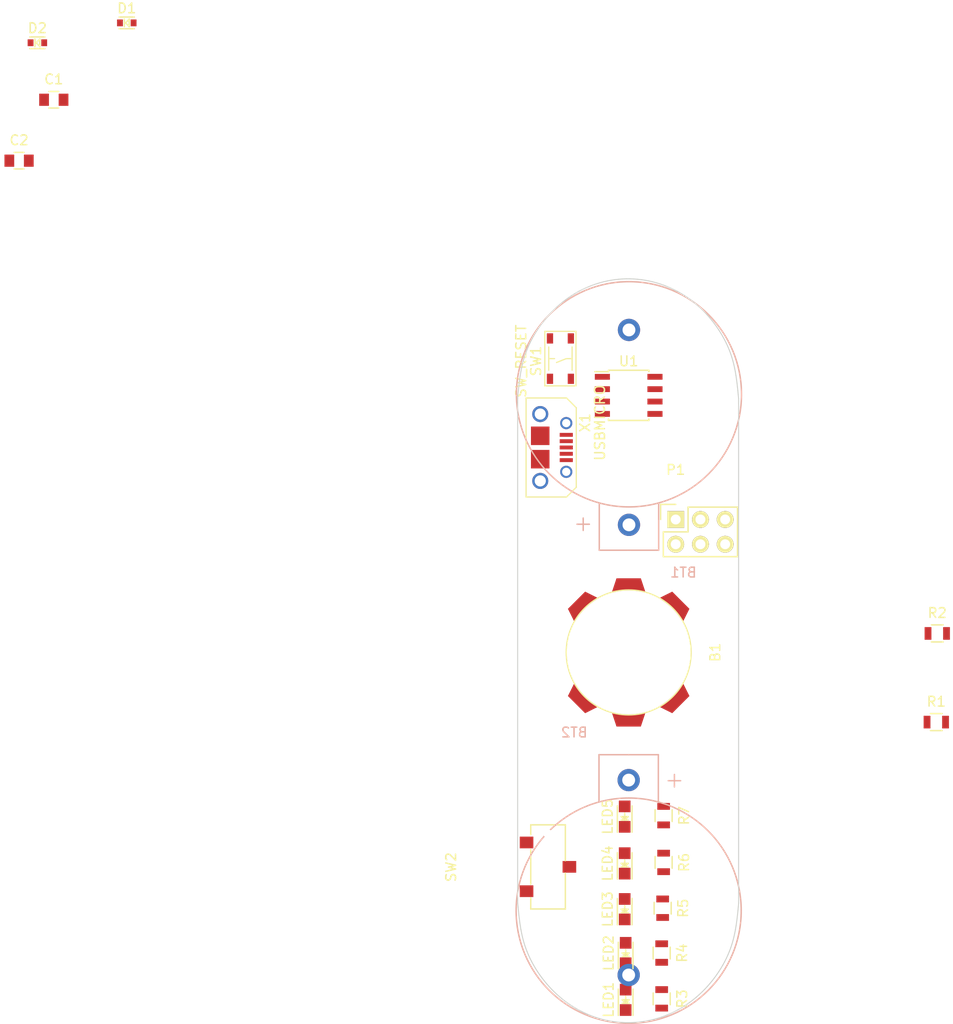
<source format=kicad_pcb>
(kicad_pcb (version 20160815) (host pcbnew "(2017-01-24 revision 0b6147e)-makepkg")

  (general
    (links 0)
    (no_connects 39)
    (area 113.159999 48.063175 135.950001 124.488461)
    (thickness 1.6)
    (drawings 192)
    (tracks 0)
    (zones 0)
    (modules 24)
    (nets 20)
  )

  (page A4)
  (layers
    (0 F.Cu signal)
    (31 B.Cu signal)
    (32 B.Adhes user)
    (33 F.Adhes user)
    (34 B.Paste user)
    (35 F.Paste user)
    (36 B.SilkS user)
    (37 F.SilkS user)
    (38 B.Mask user)
    (39 F.Mask user)
    (40 Dwgs.User user)
    (41 Cmts.User user)
    (42 Eco1.User user)
    (43 Eco2.User user)
    (44 Edge.Cuts user)
    (45 Margin user)
    (46 B.CrtYd user)
    (47 F.CrtYd user)
    (48 B.Fab user)
    (49 F.Fab user)
  )

  (setup
    (last_trace_width 0.25)
    (trace_clearance 0.2)
    (zone_clearance 0.508)
    (zone_45_only no)
    (trace_min 0.2)
    (segment_width 0.2)
    (edge_width 0.15)
    (via_size 0.8)
    (via_drill 0.4)
    (via_min_size 0.4)
    (via_min_drill 0.3)
    (uvia_size 0.3)
    (uvia_drill 0.1)
    (uvias_allowed no)
    (uvia_min_size 0.2)
    (uvia_min_drill 0.1)
    (pcb_text_width 0.3)
    (pcb_text_size 1.5 1.5)
    (mod_edge_width 0.15)
    (mod_text_size 1 1)
    (mod_text_width 0.15)
    (pad_size 1.524 1.524)
    (pad_drill 0.762)
    (pad_to_mask_clearance 0.2)
    (aux_axis_origin 0 0)
    (visible_elements 7FFEF7FF)
    (pcbplotparams
      (layerselection 0x00030_ffffffff)
      (usegerberextensions false)
      (excludeedgelayer true)
      (linewidth 0.100000)
      (plotframeref false)
      (viasonmask false)
      (mode 1)
      (useauxorigin false)
      (hpglpennumber 1)
      (hpglpenspeed 20)
      (hpglpendiameter 15)
      (psnegative false)
      (psa4output false)
      (plotreference true)
      (plotvalue true)
      (plotinvisibletext false)
      (padsonsilk false)
      (subtractmaskfromsilk false)
      (outputformat 1)
      (mirror false)
      (drillshape 1)
      (scaleselection 1)
      (outputdirectory ""))
  )

  (net 0 "")
  (net 1 /+VBAT)
  (net 2 GND)
  (net 3 /+VCC)
  (net 4 /+VUSB)
  (net 5 "Net-(D1-Pad1)")
  (net 6 "Net-(LED1-Pad2)")
  (net 7 "Net-(LED2-Pad2)")
  (net 8 "Net-(LED3-Pad2)")
  (net 9 "Net-(LED4-Pad2)")
  (net 10 "Net-(LED5-Pad2)")
  (net 11 /PB1)
  (net 12 /PB2)
  (net 13 /PB0)
  (net 14 /RESET)
  (net 15 /PB3)
  (net 16 "Net-(R1-Pad2)")
  (net 17 "Net-(R2-Pad2)")
  (net 18 /PB4)
  (net 19 "Net-(X1-Pad4)")

  (net_class Default "This is the default net class."
    (clearance 0.2)
    (trace_width 0.25)
    (via_dia 0.8)
    (via_drill 0.4)
    (uvia_dia 0.3)
    (uvia_drill 0.1)
    (add_net /+VBAT)
    (add_net /+VCC)
    (add_net /+VUSB)
    (add_net /PB0)
    (add_net /PB1)
    (add_net /PB2)
    (add_net /PB3)
    (add_net /PB4)
    (add_net /RESET)
    (add_net GND)
    (add_net "Net-(D1-Pad1)")
    (add_net "Net-(LED1-Pad2)")
    (add_net "Net-(LED2-Pad2)")
    (add_net "Net-(LED3-Pad2)")
    (add_net "Net-(LED4-Pad2)")
    (add_net "Net-(LED5-Pad2)")
    (add_net "Net-(R1-Pad2)")
    (add_net "Net-(R2-Pad2)")
    (add_net "Net-(X1-Pad4)")
  )

  (module Battery_Holder_MPD_BS_3:Battery_Holder_MPD_BS_3 (layer B.Cu) (tedit 5934412F) (tstamp 59344FAD)
    (at 124.64 63.39 180)
    (path /593168AF)
    (fp_text reference BT1 (at -5.588 -14.859 180) (layer B.SilkS)
      (effects (font (size 1 1) (thickness 0.15)) (justify mirror))
    )
    (fp_text value CR2032 (at 0 5.461 180) (layer B.Fab)
      (effects (font (size 1 1) (thickness 0.15)) (justify mirror))
    )
    (fp_circle (center 0 3.429) (end 11.557 3.302) (layer B.SilkS) (width 0.15))
    (fp_line (start 0 -12.573) (end 3.048 -12.573) (layer B.SilkS) (width 0.15))
    (fp_line (start 0 -12.573) (end -3.048 -12.573) (layer B.SilkS) (width 0.15))
    (fp_line (start -3.048 -12.573) (end -3.048 -7.747) (layer B.SilkS) (width 0.15))
    (fp_line (start 3.048 -12.573) (end 3.048 -7.747) (layer B.SilkS) (width 0.15))
    (fp_line (start 4.064 -9.906) (end 5.334 -9.906) (layer B.SilkS) (width 0.15))
    (fp_line (start 4.699 -9.398) (end 4.699 -10.541) (layer B.SilkS) (width 0.15))
    (fp_line (start 4.699 -9.398) (end 4.699 -9.271) (layer B.SilkS) (width 0.15))
    (pad 2 thru_hole circle (at 0 10.033 180) (size 2.286 2.286) (drill 1.3208) (layers *.Cu *.Mask)
      (net 2 GND))
    (pad 1 thru_hole circle (at 0 -9.967 180) (size 2.286 2.286) (drill 1.3208) (layers *.Cu *.Mask)
      (net 1 /+VBAT))
    (model ${KIPRJMOD}/3dmodels/Battery_Holder_MPD_BS_3.step
      (at (xyz 0 0.1574803149606299 0.03149606299212599))
      (scale (xyz 1 1 1))
      (rotate (xyz 0 0 90))
    )
  )

  (module Capacitors_SMD:C_0805 (layer F.Cu) (tedit 5415D6EA) (tstamp 59340EBA)
    (at 65.575001 29.7375)
    (descr "Capacitor SMD 0805, reflow soldering, AVX (see smccp.pdf)")
    (tags "capacitor 0805")
    (path /592EDA52)
    (attr smd)
    (fp_text reference C1 (at 0 -2.1) (layer F.SilkS)
      (effects (font (size 1 1) (thickness 0.15)))
    )
    (fp_text value .1uF (at 0 2.1) (layer F.Fab)
      (effects (font (size 1 1) (thickness 0.15)))
    )
    (fp_line (start -1.8 -1) (end 1.8 -1) (layer F.CrtYd) (width 0.05))
    (fp_line (start -1.8 1) (end 1.8 1) (layer F.CrtYd) (width 0.05))
    (fp_line (start -1.8 -1) (end -1.8 1) (layer F.CrtYd) (width 0.05))
    (fp_line (start 1.8 -1) (end 1.8 1) (layer F.CrtYd) (width 0.05))
    (fp_line (start 0.5 -0.85) (end -0.5 -0.85) (layer F.SilkS) (width 0.15))
    (fp_line (start -0.5 0.85) (end 0.5 0.85) (layer F.SilkS) (width 0.15))
    (pad 1 smd rect (at -1 0) (size 1 1.25) (layers F.Cu F.Paste F.Mask)
      (net 3 /+VCC))
    (pad 2 smd rect (at 1 0) (size 1 1.25) (layers F.Cu F.Paste F.Mask)
      (net 2 GND))
    (model Capacitors_SMD.3dshapes/C_0805.wrl
      (at (xyz 0 0 0))
      (scale (xyz 1 1 1))
      (rotate (xyz 0 0 0))
    )
  )

  (module Capacitors_SMD:C_0805 (layer F.Cu) (tedit 5415D6EA) (tstamp 59340EC0)
    (at 62.008333 35.9875)
    (descr "Capacitor SMD 0805, reflow soldering, AVX (see smccp.pdf)")
    (tags "capacitor 0805")
    (path /592ED9B8)
    (attr smd)
    (fp_text reference C2 (at 0 -2.1) (layer F.SilkS)
      (effects (font (size 1 1) (thickness 0.15)))
    )
    (fp_text value 10uF (at 0 2.1) (layer F.Fab)
      (effects (font (size 1 1) (thickness 0.15)))
    )
    (fp_line (start -0.5 0.85) (end 0.5 0.85) (layer F.SilkS) (width 0.15))
    (fp_line (start 0.5 -0.85) (end -0.5 -0.85) (layer F.SilkS) (width 0.15))
    (fp_line (start 1.8 -1) (end 1.8 1) (layer F.CrtYd) (width 0.05))
    (fp_line (start -1.8 -1) (end -1.8 1) (layer F.CrtYd) (width 0.05))
    (fp_line (start -1.8 1) (end 1.8 1) (layer F.CrtYd) (width 0.05))
    (fp_line (start -1.8 -1) (end 1.8 -1) (layer F.CrtYd) (width 0.05))
    (pad 2 smd rect (at 1 0) (size 1 1.25) (layers F.Cu F.Paste F.Mask)
      (net 2 GND))
    (pad 1 smd rect (at -1 0) (size 1 1.25) (layers F.Cu F.Paste F.Mask)
      (net 3 /+VCC))
    (model Capacitors_SMD.3dshapes/C_0805.wrl
      (at (xyz 0 0 0))
      (scale (xyz 1 1 1))
      (rotate (xyz 0 0 0))
    )
  )

  (module Diodes_SMD_SOD_523:SOD-523 (layer F.Cu) (tedit 59340B07) (tstamp 59340ECC)
    (at 73.069285 21.8475)
    (descr "http://www.diodes.com/datasheets/ap02001.pdf p.144")
    (tags "Diode SOD523")
    (path /592ED80C)
    (attr smd)
    (fp_text reference D1 (at 0 -1.5) (layer F.SilkS)
      (effects (font (size 1 1) (thickness 0.15)))
    )
    (fp_text value SCHOTTKY (at 0 1.7) (layer F.Fab)
      (effects (font (size 1 1) (thickness 0.15)))
    )
    (fp_line (start -0.781 0.6) (end 0.769 0.6) (layer F.SilkS) (width 0.15))
    (fp_line (start -0.781 -0.6) (end 0.769 -0.6) (layer F.SilkS) (width 0.15))
    (fp_line (start -0.127 0) (end 0.254 0.381) (layer F.SilkS) (width 0.15))
    (fp_line (start 0.254 -0.381) (end -0.127 0) (layer F.SilkS) (width 0.15))
    (fp_line (start 0.254 0.381) (end 0.254 -0.381) (layer F.SilkS) (width 0.15))
    (fp_line (start -0.254 0.381) (end -0.254 -0.381) (layer F.SilkS) (width 0.15))
    (pad 1 smd rect (at -0.7 0) (size 0.6 0.7) (layers F.Cu F.Paste F.Mask)
      (net 5 "Net-(D1-Pad1)"))
    (pad 2 smd rect (at 0.7 0) (size 0.6 0.7) (layers F.Cu F.Paste F.Mask)
      (net 4 /+VUSB))
    (model ${KIPRJMOD}/3dmodels/Diodes_SOD_523.step
      (at (xyz 0 0 0))
      (scale (xyz 1 1 1))
      (rotate (xyz 270 0 0))
    )
  )

  (module Diodes_SMD_SOD_523:SOD-523 (layer F.Cu) (tedit 59340B07) (tstamp 59340ED8)
    (at 63.889285 23.8875)
    (descr "http://www.diodes.com/datasheets/ap02001.pdf p.144")
    (tags "Diode SOD523")
    (path /592ED75D)
    (attr smd)
    (fp_text reference D2 (at 0 -1.5) (layer F.SilkS)
      (effects (font (size 1 1) (thickness 0.15)))
    )
    (fp_text value SCHOTTKY (at 0 1.7) (layer F.Fab)
      (effects (font (size 1 1) (thickness 0.15)))
    )
    (fp_line (start -0.254 0.381) (end -0.254 -0.381) (layer F.SilkS) (width 0.15))
    (fp_line (start 0.254 0.381) (end 0.254 -0.381) (layer F.SilkS) (width 0.15))
    (fp_line (start 0.254 -0.381) (end -0.127 0) (layer F.SilkS) (width 0.15))
    (fp_line (start -0.127 0) (end 0.254 0.381) (layer F.SilkS) (width 0.15))
    (fp_line (start -0.781 -0.6) (end 0.769 -0.6) (layer F.SilkS) (width 0.15))
    (fp_line (start -0.781 0.6) (end 0.769 0.6) (layer F.SilkS) (width 0.15))
    (pad 2 smd rect (at 0.7 0) (size 0.6 0.7) (layers F.Cu F.Paste F.Mask)
      (net 1 /+VBAT))
    (pad 1 smd rect (at -0.7 0) (size 0.6 0.7) (layers F.Cu F.Paste F.Mask)
      (net 5 "Net-(D1-Pad1)"))
    (model ${KIPRJMOD}/3dmodels/Diodes_SOD_523.step
      (at (xyz 0 0 0))
      (scale (xyz 1 1 1))
      (rotate (xyz 270 0 0))
    )
  )

  (module LEDs:LED_0805 (layer F.Cu) (tedit 55BDE1C2) (tstamp 59340EEA)
    (at 124.3 122.1 90)
    (descr "LED 0805 smd package")
    (tags "LED 0805 SMD")
    (path /592EE45E)
    (attr smd)
    (fp_text reference LED1 (at 0 -1.75 90) (layer F.SilkS)
      (effects (font (size 1 1) (thickness 0.15)))
    )
    (fp_text value LED (at 0 1.75 90) (layer F.Fab)
      (effects (font (size 1 1) (thickness 0.15)))
    )
    (fp_line (start -1.6 0.75) (end 1.1 0.75) (layer F.SilkS) (width 0.15))
    (fp_line (start -1.6 -0.75) (end 1.1 -0.75) (layer F.SilkS) (width 0.15))
    (fp_line (start -0.1 0.15) (end -0.1 -0.1) (layer F.SilkS) (width 0.15))
    (fp_line (start -0.1 -0.1) (end -0.25 0.05) (layer F.SilkS) (width 0.15))
    (fp_line (start -0.35 -0.35) (end -0.35 0.35) (layer F.SilkS) (width 0.15))
    (fp_line (start 0 0) (end 0.35 0) (layer F.SilkS) (width 0.15))
    (fp_line (start -0.35 0) (end 0 -0.35) (layer F.SilkS) (width 0.15))
    (fp_line (start 0 -0.35) (end 0 0.35) (layer F.SilkS) (width 0.15))
    (fp_line (start 0 0.35) (end -0.35 0) (layer F.SilkS) (width 0.15))
    (fp_line (start 1.9 -0.95) (end 1.9 0.95) (layer F.CrtYd) (width 0.05))
    (fp_line (start 1.9 0.95) (end -1.9 0.95) (layer F.CrtYd) (width 0.05))
    (fp_line (start -1.9 0.95) (end -1.9 -0.95) (layer F.CrtYd) (width 0.05))
    (fp_line (start -1.9 -0.95) (end 1.9 -0.95) (layer F.CrtYd) (width 0.05))
    (pad 2 smd rect (at 1.04902 0 270) (size 1.19888 1.19888) (layers F.Cu F.Paste F.Mask)
      (net 6 "Net-(LED1-Pad2)"))
    (pad 1 smd rect (at -1.04902 0 270) (size 1.19888 1.19888) (layers F.Cu F.Paste F.Mask)
      (net 2 GND))
    (model LEDs.3dshapes/LED_0805.wrl
      (at (xyz 0 0 0))
      (scale (xyz 1 1 1))
      (rotate (xyz 0 0 0))
    )
  )

  (module LEDs:LED_0805 (layer F.Cu) (tedit 55BDE1C2) (tstamp 59340EF0)
    (at 124.3 117.3 90)
    (descr "LED 0805 smd package")
    (tags "LED 0805 SMD")
    (path /592EE5E5)
    (attr smd)
    (fp_text reference LED2 (at 0 -1.75 90) (layer F.SilkS)
      (effects (font (size 1 1) (thickness 0.15)))
    )
    (fp_text value LED (at 0 1.75 90) (layer F.Fab)
      (effects (font (size 1 1) (thickness 0.15)))
    )
    (fp_line (start -1.9 -0.95) (end 1.9 -0.95) (layer F.CrtYd) (width 0.05))
    (fp_line (start -1.9 0.95) (end -1.9 -0.95) (layer F.CrtYd) (width 0.05))
    (fp_line (start 1.9 0.95) (end -1.9 0.95) (layer F.CrtYd) (width 0.05))
    (fp_line (start 1.9 -0.95) (end 1.9 0.95) (layer F.CrtYd) (width 0.05))
    (fp_line (start 0 0.35) (end -0.35 0) (layer F.SilkS) (width 0.15))
    (fp_line (start 0 -0.35) (end 0 0.35) (layer F.SilkS) (width 0.15))
    (fp_line (start -0.35 0) (end 0 -0.35) (layer F.SilkS) (width 0.15))
    (fp_line (start 0 0) (end 0.35 0) (layer F.SilkS) (width 0.15))
    (fp_line (start -0.35 -0.35) (end -0.35 0.35) (layer F.SilkS) (width 0.15))
    (fp_line (start -0.1 -0.1) (end -0.25 0.05) (layer F.SilkS) (width 0.15))
    (fp_line (start -0.1 0.15) (end -0.1 -0.1) (layer F.SilkS) (width 0.15))
    (fp_line (start -1.6 -0.75) (end 1.1 -0.75) (layer F.SilkS) (width 0.15))
    (fp_line (start -1.6 0.75) (end 1.1 0.75) (layer F.SilkS) (width 0.15))
    (pad 1 smd rect (at -1.04902 0 270) (size 1.19888 1.19888) (layers F.Cu F.Paste F.Mask)
      (net 2 GND))
    (pad 2 smd rect (at 1.04902 0 270) (size 1.19888 1.19888) (layers F.Cu F.Paste F.Mask)
      (net 7 "Net-(LED2-Pad2)"))
    (model LEDs.3dshapes/LED_0805.wrl
      (at (xyz 0 0 0))
      (scale (xyz 1 1 1))
      (rotate (xyz 0 0 0))
    )
  )

  (module LEDs:LED_0805 (layer F.Cu) (tedit 55BDE1C2) (tstamp 59340EF6)
    (at 124.2 112.8 90)
    (descr "LED 0805 smd package")
    (tags "LED 0805 SMD")
    (path /592EE639)
    (attr smd)
    (fp_text reference LED3 (at 0 -1.75 90) (layer F.SilkS)
      (effects (font (size 1 1) (thickness 0.15)))
    )
    (fp_text value LED (at 0 1.75 90) (layer F.Fab)
      (effects (font (size 1 1) (thickness 0.15)))
    )
    (fp_line (start -1.6 0.75) (end 1.1 0.75) (layer F.SilkS) (width 0.15))
    (fp_line (start -1.6 -0.75) (end 1.1 -0.75) (layer F.SilkS) (width 0.15))
    (fp_line (start -0.1 0.15) (end -0.1 -0.1) (layer F.SilkS) (width 0.15))
    (fp_line (start -0.1 -0.1) (end -0.25 0.05) (layer F.SilkS) (width 0.15))
    (fp_line (start -0.35 -0.35) (end -0.35 0.35) (layer F.SilkS) (width 0.15))
    (fp_line (start 0 0) (end 0.35 0) (layer F.SilkS) (width 0.15))
    (fp_line (start -0.35 0) (end 0 -0.35) (layer F.SilkS) (width 0.15))
    (fp_line (start 0 -0.35) (end 0 0.35) (layer F.SilkS) (width 0.15))
    (fp_line (start 0 0.35) (end -0.35 0) (layer F.SilkS) (width 0.15))
    (fp_line (start 1.9 -0.95) (end 1.9 0.95) (layer F.CrtYd) (width 0.05))
    (fp_line (start 1.9 0.95) (end -1.9 0.95) (layer F.CrtYd) (width 0.05))
    (fp_line (start -1.9 0.95) (end -1.9 -0.95) (layer F.CrtYd) (width 0.05))
    (fp_line (start -1.9 -0.95) (end 1.9 -0.95) (layer F.CrtYd) (width 0.05))
    (pad 2 smd rect (at 1.04902 0 270) (size 1.19888 1.19888) (layers F.Cu F.Paste F.Mask)
      (net 8 "Net-(LED3-Pad2)"))
    (pad 1 smd rect (at -1.04902 0 270) (size 1.19888 1.19888) (layers F.Cu F.Paste F.Mask)
      (net 2 GND))
    (model LEDs.3dshapes/LED_0805.wrl
      (at (xyz 0 0 0))
      (scale (xyz 1 1 1))
      (rotate (xyz 0 0 0))
    )
  )

  (module LEDs:LED_0805 (layer F.Cu) (tedit 55BDE1C2) (tstamp 59340EFC)
    (at 124.2 108.1 90)
    (descr "LED 0805 smd package")
    (tags "LED 0805 SMD")
    (path /592EE678)
    (attr smd)
    (fp_text reference LED4 (at 0 -1.75 90) (layer F.SilkS)
      (effects (font (size 1 1) (thickness 0.15)))
    )
    (fp_text value LED (at 0 1.75 90) (layer F.Fab)
      (effects (font (size 1 1) (thickness 0.15)))
    )
    (fp_line (start -1.9 -0.95) (end 1.9 -0.95) (layer F.CrtYd) (width 0.05))
    (fp_line (start -1.9 0.95) (end -1.9 -0.95) (layer F.CrtYd) (width 0.05))
    (fp_line (start 1.9 0.95) (end -1.9 0.95) (layer F.CrtYd) (width 0.05))
    (fp_line (start 1.9 -0.95) (end 1.9 0.95) (layer F.CrtYd) (width 0.05))
    (fp_line (start 0 0.35) (end -0.35 0) (layer F.SilkS) (width 0.15))
    (fp_line (start 0 -0.35) (end 0 0.35) (layer F.SilkS) (width 0.15))
    (fp_line (start -0.35 0) (end 0 -0.35) (layer F.SilkS) (width 0.15))
    (fp_line (start 0 0) (end 0.35 0) (layer F.SilkS) (width 0.15))
    (fp_line (start -0.35 -0.35) (end -0.35 0.35) (layer F.SilkS) (width 0.15))
    (fp_line (start -0.1 -0.1) (end -0.25 0.05) (layer F.SilkS) (width 0.15))
    (fp_line (start -0.1 0.15) (end -0.1 -0.1) (layer F.SilkS) (width 0.15))
    (fp_line (start -1.6 -0.75) (end 1.1 -0.75) (layer F.SilkS) (width 0.15))
    (fp_line (start -1.6 0.75) (end 1.1 0.75) (layer F.SilkS) (width 0.15))
    (pad 1 smd rect (at -1.04902 0 270) (size 1.19888 1.19888) (layers F.Cu F.Paste F.Mask)
      (net 2 GND))
    (pad 2 smd rect (at 1.04902 0 270) (size 1.19888 1.19888) (layers F.Cu F.Paste F.Mask)
      (net 9 "Net-(LED4-Pad2)"))
    (model LEDs.3dshapes/LED_0805.wrl
      (at (xyz 0 0 0))
      (scale (xyz 1 1 1))
      (rotate (xyz 0 0 0))
    )
  )

  (module LEDs:LED_0805 (layer F.Cu) (tedit 55BDE1C2) (tstamp 59340F02)
    (at 124.2 103.3 90)
    (descr "LED 0805 smd package")
    (tags "LED 0805 SMD")
    (path /592EE6BA)
    (attr smd)
    (fp_text reference LED5 (at 0 -1.75 90) (layer F.SilkS)
      (effects (font (size 1 1) (thickness 0.15)))
    )
    (fp_text value LED (at 0 1.75 90) (layer F.Fab)
      (effects (font (size 1 1) (thickness 0.15)))
    )
    (fp_line (start -1.6 0.75) (end 1.1 0.75) (layer F.SilkS) (width 0.15))
    (fp_line (start -1.6 -0.75) (end 1.1 -0.75) (layer F.SilkS) (width 0.15))
    (fp_line (start -0.1 0.15) (end -0.1 -0.1) (layer F.SilkS) (width 0.15))
    (fp_line (start -0.1 -0.1) (end -0.25 0.05) (layer F.SilkS) (width 0.15))
    (fp_line (start -0.35 -0.35) (end -0.35 0.35) (layer F.SilkS) (width 0.15))
    (fp_line (start 0 0) (end 0.35 0) (layer F.SilkS) (width 0.15))
    (fp_line (start -0.35 0) (end 0 -0.35) (layer F.SilkS) (width 0.15))
    (fp_line (start 0 -0.35) (end 0 0.35) (layer F.SilkS) (width 0.15))
    (fp_line (start 0 0.35) (end -0.35 0) (layer F.SilkS) (width 0.15))
    (fp_line (start 1.9 -0.95) (end 1.9 0.95) (layer F.CrtYd) (width 0.05))
    (fp_line (start 1.9 0.95) (end -1.9 0.95) (layer F.CrtYd) (width 0.05))
    (fp_line (start -1.9 0.95) (end -1.9 -0.95) (layer F.CrtYd) (width 0.05))
    (fp_line (start -1.9 -0.95) (end 1.9 -0.95) (layer F.CrtYd) (width 0.05))
    (pad 2 smd rect (at 1.04902 0 270) (size 1.19888 1.19888) (layers F.Cu F.Paste F.Mask)
      (net 10 "Net-(LED5-Pad2)"))
    (pad 1 smd rect (at -1.04902 0 270) (size 1.19888 1.19888) (layers F.Cu F.Paste F.Mask)
      (net 2 GND))
    (model LEDs.3dshapes/LED_0805.wrl
      (at (xyz 0 0 0))
      (scale (xyz 1 1 1))
      (rotate (xyz 0 0 0))
    )
  )

  (module ISP:ISP (layer F.Cu) (tedit 59316338) (tstamp 59340F0C)
    (at 129.44 72.81)
    (descr "Through hole socket strip")
    (tags "socket strip")
    (path /592F165D)
    (fp_text reference P1 (at 0 -5.1) (layer F.SilkS)
      (effects (font (size 1 1) (thickness 0.15)))
    )
    (fp_text value ISP (at 0 -3.1) (layer F.Fab)
      (effects (font (size 1 1) (thickness 0.15)))
    )
    (fp_line (start 6.35 -1.27) (end 1.27 -1.27) (layer F.SilkS) (width 0.15))
    (fp_line (start -1.55 -1.55) (end 0 -1.55) (layer F.SilkS) (width 0.15))
    (fp_line (start -1.75 -1.75) (end -1.75 4.3) (layer F.CrtYd) (width 0.05))
    (fp_line (start 6.85 -1.75) (end 6.85 4.3) (layer F.CrtYd) (width 0.05))
    (fp_line (start -1.75 -1.75) (end 6.85 -1.75) (layer F.CrtYd) (width 0.05))
    (fp_line (start -1.75 4.3) (end 6.85 4.3) (layer F.CrtYd) (width 0.05))
    (fp_line (start -1.27 1.27) (end 1.27 1.27) (layer F.SilkS) (width 0.15))
    (fp_line (start 1.27 1.27) (end 1.27 -1.27) (layer F.SilkS) (width 0.15))
    (fp_line (start 6.35 -1.27) (end 6.35 3.81) (layer F.SilkS) (width 0.15))
    (fp_line (start 6.35 3.81) (end 1.27 3.81) (layer F.SilkS) (width 0.15))
    (fp_line (start -1.55 -1.55) (end -1.55 0) (layer F.SilkS) (width 0.15))
    (fp_line (start -1.27 3.81) (end -1.27 1.27) (layer F.SilkS) (width 0.15))
    (fp_line (start 1.27 3.81) (end -1.27 3.81) (layer F.SilkS) (width 0.15))
    (pad 1 thru_hole rect (at 0 0) (size 1.7272 1.7272) (drill 1.016) (layers *.Cu *.Mask F.SilkS)
      (net 11 /PB1))
    (pad 2 thru_hole oval (at 0 2.54) (size 1.7272 1.7272) (drill 1.016) (layers *.Cu *.Mask F.SilkS)
      (net 3 /+VCC))
    (pad 3 thru_hole oval (at 2.54 0) (size 1.7272 1.7272) (drill 1.016) (layers *.Cu *.Mask F.SilkS)
      (net 12 /PB2))
    (pad 4 thru_hole oval (at 2.54 2.54) (size 1.7272 1.7272) (drill 1.016) (layers *.Cu *.Mask F.SilkS)
      (net 13 /PB0))
    (pad 5 thru_hole oval (at 5.079999 0) (size 1.7272 1.7272) (drill 1.016) (layers *.Cu *.Mask F.SilkS)
      (net 14 /RESET))
    (pad 6 thru_hole oval (at 5.08 2.54) (size 1.7272 1.7272) (drill 1.016) (layers *.Cu *.Mask F.SilkS)
      (net 2 GND))
  )

  (module Resistors_SMD:R_0805 (layer F.Cu) (tedit 5415CDEB) (tstamp 59340F12)
    (at 156.2 93.6)
    (descr "Resistor SMD 0805, reflow soldering, Vishay (see dcrcw.pdf)")
    (tags "resistor 0805")
    (path /592ECCD7)
    (attr smd)
    (fp_text reference R1 (at 0 -2.1) (layer F.SilkS)
      (effects (font (size 1 1) (thickness 0.15)))
    )
    (fp_text value 68 (at 0 2.1) (layer F.Fab)
      (effects (font (size 1 1) (thickness 0.15)))
    )
    (fp_line (start -1.6 -1) (end 1.6 -1) (layer F.CrtYd) (width 0.05))
    (fp_line (start -1.6 1) (end 1.6 1) (layer F.CrtYd) (width 0.05))
    (fp_line (start -1.6 -1) (end -1.6 1) (layer F.CrtYd) (width 0.05))
    (fp_line (start 1.6 -1) (end 1.6 1) (layer F.CrtYd) (width 0.05))
    (fp_line (start 0.6 0.875) (end -0.6 0.875) (layer F.SilkS) (width 0.15))
    (fp_line (start -0.6 -0.875) (end 0.6 -0.875) (layer F.SilkS) (width 0.15))
    (pad 1 smd rect (at -0.95 0) (size 0.7 1.3) (layers F.Cu F.Paste F.Mask)
      (net 15 /PB3))
    (pad 2 smd rect (at 0.95 0) (size 0.7 1.3) (layers F.Cu F.Paste F.Mask)
      (net 16 "Net-(R1-Pad2)"))
    (model Resistors_SMD.3dshapes/R_0805.wrl
      (at (xyz 0 0 0))
      (scale (xyz 1 1 1))
      (rotate (xyz 0 0 0))
    )
  )

  (module Resistors_SMD:R_0805 (layer F.Cu) (tedit 5415CDEB) (tstamp 59340F18)
    (at 156.3 84.5)
    (descr "Resistor SMD 0805, reflow soldering, Vishay (see dcrcw.pdf)")
    (tags "resistor 0805")
    (path /592ECDDB)
    (attr smd)
    (fp_text reference R2 (at 0 -2.1) (layer F.SilkS)
      (effects (font (size 1 1) (thickness 0.15)))
    )
    (fp_text value 68 (at 0 2.1) (layer F.Fab)
      (effects (font (size 1 1) (thickness 0.15)))
    )
    (fp_line (start -0.6 -0.875) (end 0.6 -0.875) (layer F.SilkS) (width 0.15))
    (fp_line (start 0.6 0.875) (end -0.6 0.875) (layer F.SilkS) (width 0.15))
    (fp_line (start 1.6 -1) (end 1.6 1) (layer F.CrtYd) (width 0.05))
    (fp_line (start -1.6 -1) (end -1.6 1) (layer F.CrtYd) (width 0.05))
    (fp_line (start -1.6 1) (end 1.6 1) (layer F.CrtYd) (width 0.05))
    (fp_line (start -1.6 -1) (end 1.6 -1) (layer F.CrtYd) (width 0.05))
    (pad 2 smd rect (at 0.95 0) (size 0.7 1.3) (layers F.Cu F.Paste F.Mask)
      (net 17 "Net-(R2-Pad2)"))
    (pad 1 smd rect (at -0.95 0) (size 0.7 1.3) (layers F.Cu F.Paste F.Mask)
      (net 18 /PB4))
    (model Resistors_SMD.3dshapes/R_0805.wrl
      (at (xyz 0 0 0))
      (scale (xyz 1 1 1))
      (rotate (xyz 0 0 0))
    )
  )

  (module Resistors_SMD:R_0805 (layer F.Cu) (tedit 5415CDEB) (tstamp 59340F1E)
    (at 128 122 270)
    (descr "Resistor SMD 0805, reflow soldering, Vishay (see dcrcw.pdf)")
    (tags "resistor 0805")
    (path /592EE785)
    (attr smd)
    (fp_text reference R3 (at 0 -2.1 270) (layer F.SilkS)
      (effects (font (size 1 1) (thickness 0.15)))
    )
    (fp_text value 470 (at 0 2.1 270) (layer F.Fab)
      (effects (font (size 1 1) (thickness 0.15)))
    )
    (fp_line (start -1.6 -1) (end 1.6 -1) (layer F.CrtYd) (width 0.05))
    (fp_line (start -1.6 1) (end 1.6 1) (layer F.CrtYd) (width 0.05))
    (fp_line (start -1.6 -1) (end -1.6 1) (layer F.CrtYd) (width 0.05))
    (fp_line (start 1.6 -1) (end 1.6 1) (layer F.CrtYd) (width 0.05))
    (fp_line (start 0.6 0.875) (end -0.6 0.875) (layer F.SilkS) (width 0.15))
    (fp_line (start -0.6 -0.875) (end 0.6 -0.875) (layer F.SilkS) (width 0.15))
    (pad 1 smd rect (at -0.95 0 270) (size 0.7 1.3) (layers F.Cu F.Paste F.Mask)
      (net 6 "Net-(LED1-Pad2)"))
    (pad 2 smd rect (at 0.95 0 270) (size 0.7 1.3) (layers F.Cu F.Paste F.Mask)
      (net 13 /PB0))
    (model Resistors_SMD.3dshapes/R_0805.wrl
      (at (xyz 0 0 0))
      (scale (xyz 1 1 1))
      (rotate (xyz 0 0 0))
    )
  )

  (module Resistors_SMD:R_0805 (layer F.Cu) (tedit 5415CDEB) (tstamp 59340F24)
    (at 128 117.3 270)
    (descr "Resistor SMD 0805, reflow soldering, Vishay (see dcrcw.pdf)")
    (tags "resistor 0805")
    (path /592EE895)
    (attr smd)
    (fp_text reference R4 (at 0 -2.1 270) (layer F.SilkS)
      (effects (font (size 1 1) (thickness 0.15)))
    )
    (fp_text value 470 (at 0 2.1 270) (layer F.Fab)
      (effects (font (size 1 1) (thickness 0.15)))
    )
    (fp_line (start -0.6 -0.875) (end 0.6 -0.875) (layer F.SilkS) (width 0.15))
    (fp_line (start 0.6 0.875) (end -0.6 0.875) (layer F.SilkS) (width 0.15))
    (fp_line (start 1.6 -1) (end 1.6 1) (layer F.CrtYd) (width 0.05))
    (fp_line (start -1.6 -1) (end -1.6 1) (layer F.CrtYd) (width 0.05))
    (fp_line (start -1.6 1) (end 1.6 1) (layer F.CrtYd) (width 0.05))
    (fp_line (start -1.6 -1) (end 1.6 -1) (layer F.CrtYd) (width 0.05))
    (pad 2 smd rect (at 0.95 0 270) (size 0.7 1.3) (layers F.Cu F.Paste F.Mask)
      (net 11 /PB1))
    (pad 1 smd rect (at -0.95 0 270) (size 0.7 1.3) (layers F.Cu F.Paste F.Mask)
      (net 7 "Net-(LED2-Pad2)"))
    (model Resistors_SMD.3dshapes/R_0805.wrl
      (at (xyz 0 0 0))
      (scale (xyz 1 1 1))
      (rotate (xyz 0 0 0))
    )
  )

  (module Resistors_SMD:R_0805 (layer F.Cu) (tedit 5415CDEB) (tstamp 59340F2A)
    (at 128.1 112.7 270)
    (descr "Resistor SMD 0805, reflow soldering, Vishay (see dcrcw.pdf)")
    (tags "resistor 0805")
    (path /592EE8E0)
    (attr smd)
    (fp_text reference R5 (at 0 -2.1 270) (layer F.SilkS)
      (effects (font (size 1 1) (thickness 0.15)))
    )
    (fp_text value 470 (at 0 2.1 270) (layer F.Fab)
      (effects (font (size 1 1) (thickness 0.15)))
    )
    (fp_line (start -1.6 -1) (end 1.6 -1) (layer F.CrtYd) (width 0.05))
    (fp_line (start -1.6 1) (end 1.6 1) (layer F.CrtYd) (width 0.05))
    (fp_line (start -1.6 -1) (end -1.6 1) (layer F.CrtYd) (width 0.05))
    (fp_line (start 1.6 -1) (end 1.6 1) (layer F.CrtYd) (width 0.05))
    (fp_line (start 0.6 0.875) (end -0.6 0.875) (layer F.SilkS) (width 0.15))
    (fp_line (start -0.6 -0.875) (end 0.6 -0.875) (layer F.SilkS) (width 0.15))
    (pad 1 smd rect (at -0.95 0 270) (size 0.7 1.3) (layers F.Cu F.Paste F.Mask)
      (net 8 "Net-(LED3-Pad2)"))
    (pad 2 smd rect (at 0.95 0 270) (size 0.7 1.3) (layers F.Cu F.Paste F.Mask)
      (net 12 /PB2))
    (model Resistors_SMD.3dshapes/R_0805.wrl
      (at (xyz 0 0 0))
      (scale (xyz 1 1 1))
      (rotate (xyz 0 0 0))
    )
  )

  (module Resistors_SMD:R_0805 (layer F.Cu) (tedit 5415CDEB) (tstamp 59340F30)
    (at 128.2 108 270)
    (descr "Resistor SMD 0805, reflow soldering, Vishay (see dcrcw.pdf)")
    (tags "resistor 0805")
    (path /592EE92E)
    (attr smd)
    (fp_text reference R6 (at 0 -2.1 270) (layer F.SilkS)
      (effects (font (size 1 1) (thickness 0.15)))
    )
    (fp_text value 470 (at 0 2.1 270) (layer F.Fab)
      (effects (font (size 1 1) (thickness 0.15)))
    )
    (fp_line (start -0.6 -0.875) (end 0.6 -0.875) (layer F.SilkS) (width 0.15))
    (fp_line (start 0.6 0.875) (end -0.6 0.875) (layer F.SilkS) (width 0.15))
    (fp_line (start 1.6 -1) (end 1.6 1) (layer F.CrtYd) (width 0.05))
    (fp_line (start -1.6 -1) (end -1.6 1) (layer F.CrtYd) (width 0.05))
    (fp_line (start -1.6 1) (end 1.6 1) (layer F.CrtYd) (width 0.05))
    (fp_line (start -1.6 -1) (end 1.6 -1) (layer F.CrtYd) (width 0.05))
    (pad 2 smd rect (at 0.95 0 270) (size 0.7 1.3) (layers F.Cu F.Paste F.Mask)
      (net 15 /PB3))
    (pad 1 smd rect (at -0.95 0 270) (size 0.7 1.3) (layers F.Cu F.Paste F.Mask)
      (net 9 "Net-(LED4-Pad2)"))
    (model Resistors_SMD.3dshapes/R_0805.wrl
      (at (xyz 0 0 0))
      (scale (xyz 1 1 1))
      (rotate (xyz 0 0 0))
    )
  )

  (module Resistors_SMD:R_0805 (layer F.Cu) (tedit 5415CDEB) (tstamp 59340F36)
    (at 128.2 103.2 270)
    (descr "Resistor SMD 0805, reflow soldering, Vishay (see dcrcw.pdf)")
    (tags "resistor 0805")
    (path /592EE97F)
    (attr smd)
    (fp_text reference R7 (at 0 -2.1 270) (layer F.SilkS)
      (effects (font (size 1 1) (thickness 0.15)))
    )
    (fp_text value 470 (at 0 2.1 270) (layer F.Fab)
      (effects (font (size 1 1) (thickness 0.15)))
    )
    (fp_line (start -1.6 -1) (end 1.6 -1) (layer F.CrtYd) (width 0.05))
    (fp_line (start -1.6 1) (end 1.6 1) (layer F.CrtYd) (width 0.05))
    (fp_line (start -1.6 -1) (end -1.6 1) (layer F.CrtYd) (width 0.05))
    (fp_line (start 1.6 -1) (end 1.6 1) (layer F.CrtYd) (width 0.05))
    (fp_line (start 0.6 0.875) (end -0.6 0.875) (layer F.SilkS) (width 0.15))
    (fp_line (start -0.6 -0.875) (end 0.6 -0.875) (layer F.SilkS) (width 0.15))
    (pad 1 smd rect (at -0.95 0 270) (size 0.7 1.3) (layers F.Cu F.Paste F.Mask)
      (net 10 "Net-(LED5-Pad2)"))
    (pad 2 smd rect (at 0.95 0 270) (size 0.7 1.3) (layers F.Cu F.Paste F.Mask)
      (net 18 /PB4))
    (model Resistors_SMD.3dshapes/R_0805.wrl
      (at (xyz 0 0 0))
      (scale (xyz 1 1 1))
      (rotate (xyz 0 0 0))
    )
  )

  (module Switch_PT810:SWITCH_PTS810 (layer F.Cu) (tedit 588B8428) (tstamp 59340F3E)
    (at 117.6 56.3 90)
    (descr "DESCRIPTION: STANDARD 4.2MM TACT SWITCH PACKAGE.BASED OFF C&K PTS 810 SERIES TACT SWITCH.")
    (tags "DESCRIPTION: STANDARD 4.2MM TACT SWITCH PACKAGE.BASED OFF C&K PTS 810 SERIES TACT SWITCH.")
    (path /592ED061)
    (solder_mask_margin 0.127)
    (clearance 0.127)
    (attr smd)
    (fp_text reference SW1 (at -0.25908 -2.50698 90) (layer F.SilkS)
      (effects (font (size 1.016 1.016) (thickness 0.1524)))
    )
    (fp_text value SW_RESET (at -0.25908 -4.03098 90) (layer F.SilkS)
      (effects (font (size 1.016 1.016) (thickness 0.1524)))
    )
    (fp_line (start -2.79908 -1.59766) (end 2.79908 -1.59766) (layer F.SilkS) (width 0.127))
    (fp_line (start 2.79908 -1.59766) (end 2.79908 1.59766) (layer F.SilkS) (width 0.127))
    (fp_line (start 2.79908 1.59766) (end -2.79908 1.59766) (layer F.SilkS) (width 0.127))
    (fp_line (start -2.79908 1.59766) (end -2.79908 -1.59766) (layer F.SilkS) (width 0.127))
    (fp_line (start -1.19888 -1.19888) (end 0 -1.19888) (layer F.SilkS) (width 0.127))
    (fp_line (start 0 -1.19888) (end 1.19888 -1.19888) (layer F.SilkS) (width 0.127))
    (fp_line (start -1.19888 1.19888) (end 0 1.19888) (layer F.SilkS) (width 0.127))
    (fp_line (start 0 1.19888) (end 1.19888 1.19888) (layer F.SilkS) (width 0.127))
    (fp_line (start 0 1.19888) (end 0 0.59944) (layer F.SilkS) (width 0.127))
    (fp_line (start 0 -1.19888) (end 0 -0.59944) (layer F.SilkS) (width 0.127))
    (fp_line (start 0 0.59944) (end -0.39878 -0.39878) (layer F.SilkS) (width 0.127))
    (pad 1 smd rect (at -2.07264 -1.07442 180) (size 0.6477 1.04902) (layers F.Cu F.Paste F.Mask)
      (net 2 GND))
    (pad 2 smd rect (at 2.07264 -1.07442 180) (size 0.6477 1.04902) (layers F.Cu F.Paste F.Mask))
    (pad 3 smd rect (at -2.07264 1.07442 180) (size 0.6477 1.04902) (layers F.Cu F.Paste F.Mask))
    (pad 4 smd rect (at 2.07264 1.07442 180) (size 0.6477 1.04902) (layers F.Cu F.Paste F.Mask)
      (net 14 /RESET))
    (model ${KIPRJMOD}/3dmodels/PTS810.stp
      (at (xyz 0 0 0.05511811023622047))
      (scale (xyz 1 1 1))
      (rotate (xyz 270 0 0))
    )
  )

  (module Housings_SOIC:SOIC-8_3.9x4.9mm_Pitch1.27mm (layer F.Cu) (tedit 54130A77) (tstamp 59340F53)
    (at 124.61 60.07)
    (descr "8-Lead Plastic Small Outline (SN) - Narrow, 3.90 mm Body [SOIC] (see Microchip Packaging Specification 00000049BS.pdf)")
    (tags "SOIC 1.27")
    (path /592CE99E)
    (attr smd)
    (fp_text reference U1 (at 0 -3.5) (layer F.SilkS)
      (effects (font (size 1 1) (thickness 0.15)))
    )
    (fp_text value Microchip_ATtiny85 (at 0 3.5) (layer F.Fab)
      (effects (font (size 1 1) (thickness 0.15)))
    )
    (fp_line (start -3.75 -2.75) (end -3.75 2.75) (layer F.CrtYd) (width 0.05))
    (fp_line (start 3.75 -2.75) (end 3.75 2.75) (layer F.CrtYd) (width 0.05))
    (fp_line (start -3.75 -2.75) (end 3.75 -2.75) (layer F.CrtYd) (width 0.05))
    (fp_line (start -3.75 2.75) (end 3.75 2.75) (layer F.CrtYd) (width 0.05))
    (fp_line (start -2.075 -2.575) (end -2.075 -2.43) (layer F.SilkS) (width 0.15))
    (fp_line (start 2.075 -2.575) (end 2.075 -2.43) (layer F.SilkS) (width 0.15))
    (fp_line (start 2.075 2.575) (end 2.075 2.43) (layer F.SilkS) (width 0.15))
    (fp_line (start -2.075 2.575) (end -2.075 2.43) (layer F.SilkS) (width 0.15))
    (fp_line (start -2.075 -2.575) (end 2.075 -2.575) (layer F.SilkS) (width 0.15))
    (fp_line (start -2.075 2.575) (end 2.075 2.575) (layer F.SilkS) (width 0.15))
    (fp_line (start -2.075 -2.43) (end -3.475 -2.43) (layer F.SilkS) (width 0.15))
    (pad 1 smd rect (at -2.7 -1.905) (size 1.55 0.6) (layers F.Cu F.Paste F.Mask)
      (net 14 /RESET))
    (pad 2 smd rect (at -2.7 -0.635) (size 1.55 0.6) (layers F.Cu F.Paste F.Mask)
      (net 15 /PB3))
    (pad 3 smd rect (at -2.7 0.635) (size 1.55 0.6) (layers F.Cu F.Paste F.Mask)
      (net 18 /PB4))
    (pad 4 smd rect (at -2.7 1.905) (size 1.55 0.6) (layers F.Cu F.Paste F.Mask)
      (net 2 GND))
    (pad 5 smd rect (at 2.7 1.905) (size 1.55 0.6) (layers F.Cu F.Paste F.Mask)
      (net 13 /PB0))
    (pad 6 smd rect (at 2.7 0.635) (size 1.55 0.6) (layers F.Cu F.Paste F.Mask)
      (net 11 /PB1))
    (pad 7 smd rect (at 2.7 -0.635) (size 1.55 0.6) (layers F.Cu F.Paste F.Mask)
      (net 12 /PB2))
    (pad 8 smd rect (at 2.7 -1.905) (size 1.55 0.6) (layers F.Cu F.Paste F.Mask)
      (net 3 /+VCC))
    (model Housings_SOIC.3dshapes/SOIC-8_3.9x4.9mm_Pitch1.27mm.wrl
      (at (xyz 0 0 0))
      (scale (xyz 1 1 1))
      (rotate (xyz 0 0 0))
    )
  )

  (module Battery_Holder_MPD_BS_3:Battery_Holder_MPD_BS_3 (layer B.Cu) (tedit 5934412F) (tstamp 59344FBB)
    (at 124.61 109.52)
    (path /59322F57)
    (fp_text reference BT2 (at -5.588 -14.859) (layer B.SilkS)
      (effects (font (size 1 1) (thickness 0.15)) (justify mirror))
    )
    (fp_text value CR2032 (at 0 5.461) (layer B.Fab)
      (effects (font (size 1 1) (thickness 0.15)) (justify mirror))
    )
    (fp_line (start 4.699 -9.398) (end 4.699 -9.271) (layer B.SilkS) (width 0.15))
    (fp_line (start 4.699 -9.398) (end 4.699 -10.541) (layer B.SilkS) (width 0.15))
    (fp_line (start 4.064 -9.906) (end 5.334 -9.906) (layer B.SilkS) (width 0.15))
    (fp_line (start 3.048 -12.573) (end 3.048 -7.747) (layer B.SilkS) (width 0.15))
    (fp_line (start -3.048 -12.573) (end -3.048 -7.747) (layer B.SilkS) (width 0.15))
    (fp_line (start 0 -12.573) (end -3.048 -12.573) (layer B.SilkS) (width 0.15))
    (fp_line (start 0 -12.573) (end 3.048 -12.573) (layer B.SilkS) (width 0.15))
    (fp_circle (center 0 3.429) (end 11.557 3.302) (layer B.SilkS) (width 0.15))
    (pad 1 thru_hole circle (at 0 -9.967) (size 2.286 2.286) (drill 1.3208) (layers *.Cu *.Mask)
      (net 1 /+VBAT))
    (pad 2 thru_hole circle (at 0 10.033) (size 2.286 2.286) (drill 1.3208) (layers *.Cu *.Mask)
      (net 2 GND))
    (model ${KIPRJMOD}/3dmodels/Battery_Holder_MPD_BS_3.step
      (at (xyz 0 0.1574803149606299 0.03149606299212599))
      (scale (xyz 1 1 1))
      (rotate (xyz 0 0 90))
    )
  )

  (module Switch_CL_SB_12B:SWITCH_CL_SB_12B (layer F.Cu) (tedit 59344E2C) (tstamp 59344FC4)
    (at 116.33 108.46 270)
    (path /592F112D)
    (fp_text reference SW2 (at 0.0254 9.9568 270) (layer F.SilkS)
      (effects (font (size 1 1) (thickness 0.15)))
    )
    (fp_text value SW_POWER (at 0.0254 -9.4234 270) (layer F.Fab)
      (effects (font (size 1 1) (thickness 0.15)))
    )
    (fp_line (start -4.318 1.778) (end -3.302 1.778) (layer F.SilkS) (width 0.15))
    (fp_line (start -1.778 1.778) (end 1.778 1.778) (layer F.SilkS) (width 0.15))
    (fp_line (start 4.318 -1.778) (end 0.635 -1.778) (layer F.SilkS) (width 0.15))
    (fp_line (start 4.318 1.778) (end 4.318 -1.778) (layer F.SilkS) (width 0.15))
    (fp_line (start 3.175 1.778) (end 4.318 1.778) (layer F.SilkS) (width 0.15))
    (fp_line (start -4.318 -1.778) (end -4.318 1.778) (layer F.SilkS) (width 0.15))
    (fp_line (start -0.635 -1.778) (end -4.318 -1.778) (layer F.SilkS) (width 0.15))
    (pad 1 smd rect (at -2.50698 2.20726 270) (size 1.2 1.4) (layers F.Cu F.Paste F.Mask))
    (pad 3 smd rect (at 2.49302 2.20726 270) (size 1.2 1.4) (layers F.Cu F.Paste F.Mask)
      (net 5 "Net-(D1-Pad1)"))
    (pad 2 smd rect (at -0.00698 -2.19274 270) (size 1.2 1.4) (layers F.Cu F.Paste F.Mask)
      (net 3 /+VCC))
    (pad "" np_thru_hole circle (at -3.40698 0.00726 270) (size 0.9 0.9) (drill 0.9) (layers *.Cu *.Mask))
    (pad "" np_thru_hole circle (at 3.39302 0.00726 270) (size 0.9 0.9) (drill 0.9) (layers *.Cu *.Mask))
    (model ${KIPRJMOD}/3dmodels/CL-SB-12B-11T.stp
      (at (xyz 0 0 0.1377952755905512))
      (scale (xyz 1 1 1))
      (rotate (xyz 270 0 0))
    )
  )

  (module Bearings_R188:Bearings_R188 (layer F.Cu) (tedit 5936BD34) (tstamp 5936CA7B)
    (at 124.61 86.45 90)
    (path /59325F1B)
    (fp_text reference B1 (at 0 8.89 90) (layer F.SilkS)
      (effects (font (size 1 1) (thickness 0.15)))
    )
    (fp_text value R188_Bearing (at 0 -8.255 90) (layer F.Fab)
      (effects (font (size 1 1) (thickness 0.15)))
    )
    (fp_circle (center 0 0) (end 4.953 4.064) (layer F.SilkS) (width 0.15))
    (pad "" smd trapezoid (at 6.858 0 90) (size 1.5 3) (rect_delta 0.5 0 ) (layers F.Cu F.Paste F.Mask))
    (pad "" np_thru_hole circle (at 0 0 90) (size 12.7 12.7) (drill 12.7) (layers *.Cu *.Mask))
    (pad "" smd trapezoid (at -6.858 0 270) (size 1.5 3) (rect_delta 0.5 0 ) (layers F.Cu F.Paste F.Mask))
    (pad "" smd trapezoid (at 4.826 -4.826 135) (size 1.5 3) (rect_delta 0.5 0 ) (layers F.Cu F.Paste F.Mask))
    (pad "" smd trapezoid (at 4.826 4.826 45) (size 1.5 3) (rect_delta 0.5 0 ) (layers F.Cu F.Paste F.Mask))
    (pad "" smd trapezoid (at -4.826 -4.826 225) (size 1.5 3) (rect_delta 0.5 0 ) (layers F.Cu F.Paste F.Mask))
    (pad "" smd trapezoid (at -4.826 4.826 315) (size 1.5 3) (rect_delta 0.5 0 ) (layers F.Cu F.Paste F.Mask))
    (model ${KIPRJMOD}/3dmodels/Bearings_R188.step
      (at (xyz 0 0 -0.03))
      (scale (xyz 1 1 1))
      (rotate (xyz 0 90 0))
    )
  )

  (module Micro_USB:MICRO_USB_10118194 (layer F.Cu) (tedit 588B4B76) (tstamp 5936CA8A)
    (at 116.93 65.42 270)
    (descr "DESCRIPTION: PACKAGE FOR MICRO USB TYPE B CONNECTOR. BASED ON FCI 10118193-0001LF.")
    (tags "DESCRIPTION: PACKAGE FOR MICRO USB TYPE B CONNECTOR. BASED ON FCI 10118193-0001LF.")
    (path /592CEBE5)
    (attr smd)
    (fp_text reference X1 (at -2.54 -3.20548 270) (layer F.SilkS)
      (effects (font (size 1.016 1.016) (thickness 0.1524)))
    )
    (fp_text value USBMICRO (at -2.54 -4.72948 270) (layer F.SilkS)
      (effects (font (size 1.016 1.016) (thickness 0.1524)))
    )
    (fp_line (start -5.08 2.85496) (end 5.08 2.85496) (layer F.SilkS) (width 0.127))
    (fp_line (start -5.08 2.85496) (end -5.08 -1.29794) (layer F.SilkS) (width 0.127))
    (fp_line (start -5.08 -1.29794) (end -4.07924 -2.2987) (layer F.SilkS) (width 0.127))
    (fp_line (start -4.07924 -2.2987) (end 4.07924 -2.2987) (layer F.SilkS) (width 0.127))
    (fp_line (start 4.07924 -2.2987) (end 5.08 -1.29794) (layer F.SilkS) (width 0.127))
    (fp_line (start 5.08 -1.29794) (end 5.08 2.85496) (layer F.SilkS) (width 0.127))
    (fp_line (start -3.54838 1.04902) (end -3.54838 1.74752) (layer F.SilkS) (width 0.00762))
    (pad 1 smd rect (at -1.29794 -1.27 90) (size 0.39878 1.34874) (layers F.Cu F.Paste F.Mask)
      (net 4 /+VUSB) (solder_mask_margin 0.127) (clearance 0.127))
    (pad 2 smd rect (at -0.6477 -1.27 90) (size 0.39878 1.34874) (layers F.Cu F.Paste F.Mask)
      (net 16 "Net-(R1-Pad2)") (solder_mask_margin 0.127) (clearance 0.127))
    (pad 3 smd rect (at 0 -1.27 90) (size 0.39878 1.34874) (layers F.Cu F.Paste F.Mask)
      (net 17 "Net-(R2-Pad2)") (solder_mask_margin 0.127) (clearance 0.127))
    (pad 4 smd rect (at 0.6477 -1.27 90) (size 0.39878 1.34874) (layers F.Cu F.Paste F.Mask)
      (net 19 "Net-(X1-Pad4)") (solder_mask_margin 0.127) (clearance 0.127))
    (pad 5 smd rect (at 1.29794 -1.27 90) (size 0.39878 1.34874) (layers F.Cu F.Paste F.Mask)
      (net 2 GND) (solder_mask_margin 0.127) (clearance 0.127))
    (pad S5 smd rect (at -1.19888 1.40462 270) (size 1.89992 1.89992) (layers F.Cu F.Paste F.Mask))
    (pad S6 smd rect (at 1.19888 1.40462 270) (size 1.89992 1.89992) (layers F.Cu F.Paste F.Mask))
    (pad SLOT thru_hole circle (at -3.43 1.4 270) (size 1.65 1.65) (drill 1.15) (layers *.Cu *.Mask)
      (solder_mask_margin 0.000003) (clearance 0.000003))
    (pad SLOT thru_hole circle (at 3.43 1.4 270) (size 1.65 1.65) (drill 1.15) (layers *.Cu *.Mask)
      (solder_mask_margin 0.000003) (clearance 0.000003))
    (pad S3 thru_hole circle (at 2.49794 -1.27 90) (size 1.25 1.25) (drill 0.85) (layers *.Cu *.Mask)
      (solder_mask_margin 0.127) (clearance 0.127))
    (pad S4 thru_hole circle (at -2.50206 -1.27 90) (size 1.25 1.25) (drill 0.85) (layers *.Cu *.Mask)
      (solder_mask_margin 0.127) (clearance 0.127))
    (model ${KIPRJMOD}/3dmodels/10118194c.stp
      (at (xyz -2.952755905511811 0.06692913385826772 -0.015748031496063))
      (scale (xyz 1 1 1))
      (rotate (xyz 270 0 0))
    )
  )

  (gr_line (start 135.9 112.17) (end 135.9 60.36947) (angle 90) (layer Edge.Cuts) (width 0.1))
  (gr_line (start 113.21 112.182) (end 113.21 60.395) (angle 90) (layer Edge.Cuts) (width 0.1))
  (gr_line (start 113.241644 59.979325) (end 113.20491 60.395) (layer Edge.Cuts) (width 0.1))
  (gr_line (start 113.279686 59.589522) (end 113.241644 59.979325) (layer Edge.Cuts) (width 0.1))
  (gr_line (start 113.320344 59.200401) (end 113.279686 59.589522) (layer Edge.Cuts) (width 0.1))
  (gr_line (start 113.364928 58.812305) (end 113.320344 59.200401) (layer Edge.Cuts) (width 0.1))
  (gr_line (start 113.414746 58.425575) (end 113.364928 58.812305) (layer Edge.Cuts) (width 0.1))
  (gr_line (start 113.471105 58.040552) (end 113.414746 58.425575) (layer Edge.Cuts) (width 0.1))
  (gr_line (start 113.535314 57.657578) (end 113.471105 58.040552) (layer Edge.Cuts) (width 0.1))
  (gr_line (start 113.608682 57.276993) (end 113.535314 57.657578) (layer Edge.Cuts) (width 0.1))
  (gr_line (start 113.692517 56.899141) (end 113.608682 57.276993) (layer Edge.Cuts) (width 0.1))
  (gr_line (start 113.788128 56.524362) (end 113.692517 56.899141) (layer Edge.Cuts) (width 0.1))
  (gr_line (start 113.896822 56.152997) (end 113.788128 56.524362) (layer Edge.Cuts) (width 0.1))
  (gr_line (start 114.019599 55.785393) (end 113.896822 56.152997) (layer Edge.Cuts) (width 0.1))
  (gr_line (start 114.15627 55.421914) (end 114.019599 55.785393) (layer Edge.Cuts) (width 0.1))
  (gr_line (start 114.306354 55.062929) (end 114.15627 55.421914) (layer Edge.Cuts) (width 0.1))
  (gr_line (start 114.469372 54.708805) (end 114.306354 55.062929) (layer Edge.Cuts) (width 0.1))
  (gr_line (start 114.644846 54.359913) (end 114.469372 54.708805) (layer Edge.Cuts) (width 0.1))
  (gr_line (start 114.832297 54.016621) (end 114.644846 54.359913) (layer Edge.Cuts) (width 0.1))
  (gr_line (start 115.031245 53.679297) (end 114.832297 54.016621) (layer Edge.Cuts) (width 0.1))
  (gr_line (start 115.24121 53.34831) (end 115.031245 53.679297) (layer Edge.Cuts) (width 0.1))
  (gr_line (start 115.461716 53.024028) (end 115.24121 53.34831) (layer Edge.Cuts) (width 0.1))
  (gr_line (start 115.692281 52.706821) (end 115.461716 53.024028) (layer Edge.Cuts) (width 0.1))
  (gr_line (start 115.932429 52.397056) (end 115.692281 52.706821) (layer Edge.Cuts) (width 0.1))
  (gr_line (start 116.18181 52.095108) (end 115.932429 52.397056) (layer Edge.Cuts) (width 0.1))
  (gr_line (start 116.440254 51.801354) (end 116.18181 52.095108) (layer Edge.Cuts) (width 0.1))
  (gr_line (start 116.707609 51.516173) (end 116.440254 51.801354) (layer Edge.Cuts) (width 0.1))
  (gr_line (start 116.983722 51.239945) (end 116.707609 51.516173) (layer Edge.Cuts) (width 0.1))
  (gr_line (start 117.26844 50.973049) (end 116.983722 51.239945) (layer Edge.Cuts) (width 0.1))
  (gr_line (start 117.561609 50.715863) (end 117.26844 50.973049) (layer Edge.Cuts) (width 0.1))
  (gr_line (start 117.863077 50.468767) (end 117.561609 50.715863) (layer Edge.Cuts) (width 0.1))
  (gr_line (start 118.172691 50.232141) (end 117.863077 50.468767) (layer Edge.Cuts) (width 0.1))
  (gr_line (start 118.490297 50.006363) (end 118.172691 50.232141) (layer Edge.Cuts) (width 0.1))
  (gr_line (start 118.815743 49.791811) (end 118.490297 50.006363) (layer Edge.Cuts) (width 0.1))
  (gr_line (start 119.148846 49.588857) (end 118.815743 49.791811) (layer Edge.Cuts) (width 0.1))
  (gr_line (start 119.489212 49.397795) (end 119.148846 49.588857) (layer Edge.Cuts) (width 0.1))
  (gr_line (start 119.83636 49.218893) (end 119.489212 49.397795) (layer Edge.Cuts) (width 0.1))
  (gr_line (start 120.189806 49.052415) (end 119.83636 49.218893) (layer Edge.Cuts) (width 0.1))
  (gr_line (start 120.549067 48.898629) (end 120.189806 49.052415) (layer Edge.Cuts) (width 0.1))
  (gr_line (start 120.913658 48.7578) (end 120.549067 48.898629) (layer Edge.Cuts) (width 0.1))
  (gr_line (start 121.283097 48.630194) (end 120.913658 48.7578) (layer Edge.Cuts) (width 0.1))
  (gr_line (start 121.656901 48.516077) (end 121.283097 48.630194) (layer Edge.Cuts) (width 0.1))
  (gr_line (start 122.034585 48.415714) (end 121.656901 48.516077) (layer Edge.Cuts) (width 0.1))
  (gr_line (start 122.415667 48.329372) (end 122.034585 48.415714) (layer Edge.Cuts) (width 0.1))
  (gr_line (start 122.799661 48.25731) (end 122.415667 48.329372) (layer Edge.Cuts) (width 0.1))
  (gr_line (start 123.186059 48.199656) (end 122.799661 48.25731) (layer Edge.Cuts) (width 0.1))
  (gr_line (start 123.574327 48.156416) (end 123.186059 48.199656) (layer Edge.Cuts) (width 0.1))
  (gr_line (start 123.96393 48.12759) (end 123.574327 48.156416) (layer Edge.Cuts) (width 0.1))
  (gr_line (start 124.354335 48.113176) (end 123.96393 48.12759) (layer Edge.Cuts) (width 0.1))
  (gr_line (start 124.745007 48.113176) (end 124.354335 48.113176) (layer Edge.Cuts) (width 0.1))
  (gr_line (start 125.135412 48.12759) (end 124.745007 48.113176) (layer Edge.Cuts) (width 0.1))
  (gr_line (start 125.525015 48.156416) (end 125.135412 48.12759) (layer Edge.Cuts) (width 0.1))
  (gr_line (start 125.913283 48.199656) (end 125.525015 48.156416) (layer Edge.Cuts) (width 0.1))
  (gr_line (start 126.299681 48.25731) (end 125.913283 48.199656) (layer Edge.Cuts) (width 0.1))
  (gr_line (start 126.683675 48.329372) (end 126.299681 48.25731) (layer Edge.Cuts) (width 0.1))
  (gr_line (start 127.064757 48.415714) (end 126.683675 48.329372) (layer Edge.Cuts) (width 0.1))
  (gr_line (start 127.442441 48.516076) (end 127.064757 48.415714) (layer Edge.Cuts) (width 0.1))
  (gr_line (start 127.816245 48.630194) (end 127.442441 48.516076) (layer Edge.Cuts) (width 0.1))
  (gr_line (start 128.185684 48.7578) (end 127.816245 48.630194) (layer Edge.Cuts) (width 0.1))
  (gr_line (start 128.550275 48.898629) (end 128.185684 48.7578) (layer Edge.Cuts) (width 0.1))
  (gr_line (start 128.909536 49.052415) (end 128.550275 48.898629) (layer Edge.Cuts) (width 0.1))
  (gr_line (start 129.262982 49.218892) (end 128.909536 49.052415) (layer Edge.Cuts) (width 0.1))
  (gr_line (start 129.61013 49.397794) (end 129.262982 49.218892) (layer Edge.Cuts) (width 0.1))
  (gr_line (start 129.950497 49.588856) (end 129.61013 49.397794) (layer Edge.Cuts) (width 0.1))
  (gr_line (start 130.283599 49.791811) (end 129.950497 49.588856) (layer Edge.Cuts) (width 0.1))
  (gr_line (start 130.609045 50.006362) (end 130.283599 49.791811) (layer Edge.Cuts) (width 0.1))
  (gr_line (start 130.926651 50.23214) (end 130.609045 50.006362) (layer Edge.Cuts) (width 0.1))
  (gr_line (start 131.236265 50.468767) (end 130.926651 50.23214) (layer Edge.Cuts) (width 0.1))
  (gr_line (start 131.537733 50.715863) (end 131.236265 50.468767) (layer Edge.Cuts) (width 0.1))
  (gr_line (start 131.830902 50.973048) (end 131.537733 50.715863) (layer Edge.Cuts) (width 0.1))
  (gr_line (start 132.11562 51.239944) (end 131.830902 50.973048) (layer Edge.Cuts) (width 0.1))
  (gr_line (start 132.391733 51.516172) (end 132.11562 51.239944) (layer Edge.Cuts) (width 0.1))
  (gr_line (start 132.659088 51.801353) (end 132.391733 51.516172) (layer Edge.Cuts) (width 0.1))
  (gr_line (start 132.917533 52.095107) (end 132.659088 51.801353) (layer Edge.Cuts) (width 0.1))
  (gr_line (start 133.166913 52.397056) (end 132.917533 52.095107) (layer Edge.Cuts) (width 0.1))
  (gr_line (start 133.407062 52.70682) (end 133.166913 52.397056) (layer Edge.Cuts) (width 0.1))
  (gr_line (start 133.637627 53.024028) (end 133.407062 52.70682) (layer Edge.Cuts) (width 0.1))
  (gr_line (start 133.858132 53.348309) (end 133.637627 53.024028) (layer Edge.Cuts) (width 0.1))
  (gr_line (start 134.068098 53.679296) (end 133.858132 53.348309) (layer Edge.Cuts) (width 0.1))
  (gr_line (start 134.267046 54.016621) (end 134.068098 53.679296) (layer Edge.Cuts) (width 0.1))
  (gr_line (start 134.454496 54.359913) (end 134.267046 54.016621) (layer Edge.Cuts) (width 0.1))
  (gr_line (start 134.62997 54.708805) (end 134.454496 54.359913) (layer Edge.Cuts) (width 0.1))
  (gr_line (start 134.792989 55.062928) (end 134.62997 54.708805) (layer Edge.Cuts) (width 0.1))
  (gr_line (start 134.943073 55.421914) (end 134.792989 55.062928) (layer Edge.Cuts) (width 0.1))
  (gr_line (start 135.079743 55.785393) (end 134.943073 55.421914) (layer Edge.Cuts) (width 0.1))
  (gr_line (start 135.202521 56.152997) (end 135.079743 55.785393) (layer Edge.Cuts) (width 0.1))
  (gr_line (start 135.311215 56.524361) (end 135.202521 56.152997) (layer Edge.Cuts) (width 0.1))
  (gr_line (start 135.406826 56.899141) (end 135.311215 56.524361) (layer Edge.Cuts) (width 0.1))
  (gr_line (start 135.490661 57.276993) (end 135.406826 56.899141) (layer Edge.Cuts) (width 0.1))
  (gr_line (start 135.564029 57.657577) (end 135.490661 57.276993) (layer Edge.Cuts) (width 0.1))
  (gr_line (start 135.628238 58.040552) (end 135.564029 57.657577) (layer Edge.Cuts) (width 0.1))
  (gr_line (start 135.684597 58.425575) (end 135.628238 58.040552) (layer Edge.Cuts) (width 0.1))
  (gr_line (start 135.734415 58.812305) (end 135.684597 58.425575) (layer Edge.Cuts) (width 0.1))
  (gr_line (start 135.778999 59.200401) (end 135.734415 58.812305) (layer Edge.Cuts) (width 0.1))
  (gr_line (start 135.819657 59.589522) (end 135.778999 59.200401) (layer Edge.Cuts) (width 0.1))
  (gr_line (start 135.857699 59.979325) (end 135.819657 59.589522) (layer Edge.Cuts) (width 0.1))
  (gr_line (start 135.894433 60.36947) (end 135.857699 59.979325) (layer Edge.Cuts) (width 0.1))
  (gr_line (start 113.251644 112.572309) (end 113.21491 112.182164) (layer Edge.Cuts) (width 0.1))
  (gr_line (start 113.289686 112.962112) (end 113.251644 112.572309) (layer Edge.Cuts) (width 0.1))
  (gr_line (start 113.330344 113.351233) (end 113.289686 112.962112) (layer Edge.Cuts) (width 0.1))
  (gr_line (start 113.374928 113.739329) (end 113.330344 113.351233) (layer Edge.Cuts) (width 0.1))
  (gr_line (start 113.424746 114.12606) (end 113.374928 113.739329) (layer Edge.Cuts) (width 0.1))
  (gr_line (start 113.481105 114.511083) (end 113.424746 114.12606) (layer Edge.Cuts) (width 0.1))
  (gr_line (start 113.545314 114.894057) (end 113.481105 114.511083) (layer Edge.Cuts) (width 0.1))
  (gr_line (start 113.618683 115.274641) (end 113.545314 114.894057) (layer Edge.Cuts) (width 0.1))
  (gr_line (start 113.702518 115.652494) (end 113.618683 115.274641) (layer Edge.Cuts) (width 0.1))
  (gr_line (start 113.798128 116.027273) (end 113.702518 115.652494) (layer Edge.Cuts) (width 0.1))
  (gr_line (start 113.906822 116.398638) (end 113.798128 116.027273) (layer Edge.Cuts) (width 0.1))
  (gr_line (start 114.0296 116.766242) (end 113.906822 116.398638) (layer Edge.Cuts) (width 0.1))
  (gr_line (start 114.16627 117.129721) (end 114.0296 116.766242) (layer Edge.Cuts) (width 0.1))
  (gr_line (start 114.316354 117.488707) (end 114.16627 117.129721) (layer Edge.Cuts) (width 0.1))
  (gr_line (start 114.479373 117.84283) (end 114.316354 117.488707) (layer Edge.Cuts) (width 0.1))
  (gr_line (start 114.654847 118.191722) (end 114.479373 117.84283) (layer Edge.Cuts) (width 0.1))
  (gr_line (start 114.842297 118.535014) (end 114.654847 118.191722) (layer Edge.Cuts) (width 0.1))
  (gr_line (start 115.041245 118.872338) (end 114.842297 118.535014) (layer Edge.Cuts) (width 0.1))
  (gr_line (start 115.251211 119.203326) (end 115.041245 118.872338) (layer Edge.Cuts) (width 0.1))
  (gr_line (start 115.471716 119.527607) (end 115.251211 119.203326) (layer Edge.Cuts) (width 0.1))
  (gr_line (start 115.702281 119.844814) (end 115.471716 119.527607) (layer Edge.Cuts) (width 0.1))
  (gr_line (start 115.94243 120.154579) (end 115.702281 119.844814) (layer Edge.Cuts) (width 0.1))
  (gr_line (start 116.191811 120.456527) (end 115.94243 120.154579) (layer Edge.Cuts) (width 0.1))
  (gr_line (start 116.450255 120.750282) (end 116.191811 120.456527) (layer Edge.Cuts) (width 0.1))
  (gr_line (start 116.71761 121.035462) (end 116.450255 120.750282) (layer Edge.Cuts) (width 0.1))
  (gr_line (start 116.993723 121.31169) (end 116.71761 121.035462) (layer Edge.Cuts) (width 0.1))
  (gr_line (start 117.278441 121.578587) (end 116.993723 121.31169) (layer Edge.Cuts) (width 0.1))
  (gr_line (start 117.57161 121.835773) (end 117.278441 121.578587) (layer Edge.Cuts) (width 0.1))
  (gr_line (start 117.873079 122.082868) (end 117.57161 121.835773) (layer Edge.Cuts) (width 0.1))
  (gr_line (start 118.182692 122.319495) (end 117.873079 122.082868) (layer Edge.Cuts) (width 0.1))
  (gr_line (start 118.500299 122.545273) (end 118.182692 122.319495) (layer Edge.Cuts) (width 0.1))
  (gr_line (start 118.825744 122.759824) (end 118.500299 122.545273) (layer Edge.Cuts) (width 0.1))
  (gr_line (start 119.158847 122.962779) (end 118.825744 122.759824) (layer Edge.Cuts) (width 0.1))
  (gr_line (start 119.499214 123.153841) (end 119.158847 122.962779) (layer Edge.Cuts) (width 0.1))
  (gr_line (start 119.846362 123.332744) (end 119.499214 123.153841) (layer Edge.Cuts) (width 0.1))
  (gr_line (start 120.199808 123.499221) (end 119.846362 123.332744) (layer Edge.Cuts) (width 0.1))
  (gr_line (start 120.559068 123.653007) (end 120.199808 123.499221) (layer Edge.Cuts) (width 0.1))
  (gr_line (start 120.923659 123.793836) (end 120.559068 123.653007) (layer Edge.Cuts) (width 0.1))
  (gr_line (start 121.293098 123.921442) (end 120.923659 123.793836) (layer Edge.Cuts) (width 0.1))
  (gr_line (start 121.666902 124.03556) (end 121.293098 123.921442) (layer Edge.Cuts) (width 0.1))
  (gr_line (start 122.044586 124.135922) (end 121.666902 124.03556) (layer Edge.Cuts) (width 0.1))
  (gr_line (start 122.425668 124.222264) (end 122.044586 124.135922) (layer Edge.Cuts) (width 0.1))
  (gr_line (start 122.809663 124.294326) (end 122.425668 124.222264) (layer Edge.Cuts) (width 0.1))
  (gr_line (start 123.196061 124.35198) (end 122.809663 124.294326) (layer Edge.Cuts) (width 0.1))
  (gr_line (start 123.584328 124.39522) (end 123.196061 124.35198) (layer Edge.Cuts) (width 0.1))
  (gr_line (start 123.973932 124.424047) (end 123.584328 124.39522) (layer Edge.Cuts) (width 0.1))
  (gr_line (start 124.364337 124.43846) (end 123.973932 124.424047) (layer Edge.Cuts) (width 0.1))
  (gr_line (start 124.755008 124.43846) (end 124.364337 124.43846) (layer Edge.Cuts) (width 0.1))
  (gr_line (start 125.145413 124.424047) (end 124.755008 124.43846) (layer Edge.Cuts) (width 0.1))
  (gr_line (start 125.535017 124.39522) (end 125.145413 124.424047) (layer Edge.Cuts) (width 0.1))
  (gr_line (start 125.923285 124.35198) (end 125.535017 124.39522) (layer Edge.Cuts) (width 0.1))
  (gr_line (start 126.309682 124.294327) (end 125.923285 124.35198) (layer Edge.Cuts) (width 0.1))
  (gr_line (start 126.693677 124.222265) (end 126.309682 124.294327) (layer Edge.Cuts) (width 0.1))
  (gr_line (start 127.074759 124.135923) (end 126.693677 124.222265) (layer Edge.Cuts) (width 0.1))
  (gr_line (start 127.452443 124.03556) (end 127.074759 124.135923) (layer Edge.Cuts) (width 0.1))
  (gr_line (start 127.826247 123.921443) (end 127.452443 124.03556) (layer Edge.Cuts) (width 0.1))
  (gr_line (start 128.195686 123.793837) (end 127.826247 123.921443) (layer Edge.Cuts) (width 0.1))
  (gr_line (start 128.560277 123.653008) (end 128.195686 123.793837) (layer Edge.Cuts) (width 0.1))
  (gr_line (start 128.919538 123.499222) (end 128.560277 123.653008) (layer Edge.Cuts) (width 0.1))
  (gr_line (start 129.272983 123.332745) (end 128.919538 123.499222) (layer Edge.Cuts) (width 0.1))
  (gr_line (start 129.620131 123.153842) (end 129.272983 123.332745) (layer Edge.Cuts) (width 0.1))
  (gr_line (start 129.960498 122.962781) (end 129.620131 123.153842) (layer Edge.Cuts) (width 0.1))
  (gr_line (start 130.293601 122.759826) (end 129.960498 122.962781) (layer Edge.Cuts) (width 0.1))
  (gr_line (start 130.619046 122.545274) (end 130.293601 122.759826) (layer Edge.Cuts) (width 0.1))
  (gr_line (start 130.936653 122.319496) (end 130.619046 122.545274) (layer Edge.Cuts) (width 0.1))
  (gr_line (start 131.246266 122.082869) (end 130.936653 122.319496) (layer Edge.Cuts) (width 0.1))
  (gr_line (start 131.547734 121.835773) (end 131.246266 122.082869) (layer Edge.Cuts) (width 0.1))
  (gr_line (start 131.840904 121.578588) (end 131.547734 121.835773) (layer Edge.Cuts) (width 0.1))
  (gr_line (start 132.125622 121.311691) (end 131.840904 121.578588) (layer Edge.Cuts) (width 0.1))
  (gr_line (start 132.401734 121.035463) (end 132.125622 121.311691) (layer Edge.Cuts) (width 0.1))
  (gr_line (start 132.66909 120.750282) (end 132.401734 121.035463) (layer Edge.Cuts) (width 0.1))
  (gr_line (start 132.927534 120.456528) (end 132.66909 120.750282) (layer Edge.Cuts) (width 0.1))
  (gr_line (start 133.176914 120.154579) (end 132.927534 120.456528) (layer Edge.Cuts) (width 0.1))
  (gr_line (start 133.417063 119.844815) (end 133.176914 120.154579) (layer Edge.Cuts) (width 0.1))
  (gr_line (start 133.647628 119.527607) (end 133.417063 119.844815) (layer Edge.Cuts) (width 0.1))
  (gr_line (start 133.868133 119.203326) (end 133.647628 119.527607) (layer Edge.Cuts) (width 0.1))
  (gr_line (start 134.078099 118.872339) (end 133.868133 119.203326) (layer Edge.Cuts) (width 0.1))
  (gr_line (start 134.277047 118.535014) (end 134.078099 118.872339) (layer Edge.Cuts) (width 0.1))
  (gr_line (start 134.464497 118.191722) (end 134.277047 118.535014) (layer Edge.Cuts) (width 0.1))
  (gr_line (start 134.639971 117.84283) (end 134.464497 118.191722) (layer Edge.Cuts) (width 0.1))
  (gr_line (start 134.80299 117.488707) (end 134.639971 117.84283) (layer Edge.Cuts) (width 0.1))
  (gr_line (start 134.953074 117.129721) (end 134.80299 117.488707) (layer Edge.Cuts) (width 0.1))
  (gr_line (start 135.089744 116.766242) (end 134.953074 117.129721) (layer Edge.Cuts) (width 0.1))
  (gr_line (start 135.212522 116.398638) (end 135.089744 116.766242) (layer Edge.Cuts) (width 0.1))
  (gr_line (start 135.321216 116.027274) (end 135.212522 116.398638) (layer Edge.Cuts) (width 0.1))
  (gr_line (start 135.416826 115.652494) (end 135.321216 116.027274) (layer Edge.Cuts) (width 0.1))
  (gr_line (start 135.500661 115.274642) (end 135.416826 115.652494) (layer Edge.Cuts) (width 0.1))
  (gr_line (start 135.574029 114.894058) (end 135.500661 115.274642) (layer Edge.Cuts) (width 0.1))
  (gr_line (start 135.638238 114.511083) (end 135.574029 114.894058) (layer Edge.Cuts) (width 0.1))
  (gr_line (start 135.694598 114.12606) (end 135.638238 114.511083) (layer Edge.Cuts) (width 0.1))
  (gr_line (start 135.744415 113.73933) (end 135.694598 114.12606) (layer Edge.Cuts) (width 0.1))
  (gr_line (start 135.788999 113.351233) (end 135.744415 113.73933) (layer Edge.Cuts) (width 0.1))
  (gr_line (start 135.829657 112.962113) (end 135.788999 113.351233) (layer Edge.Cuts) (width 0.1))
  (gr_line (start 135.867699 112.572309) (end 135.829657 112.962113) (layer Edge.Cuts) (width 0.1))
  (gr_line (start 135.904433 112.17) (end 135.867699 112.572309) (layer Edge.Cuts) (width 0.1))

)

</source>
